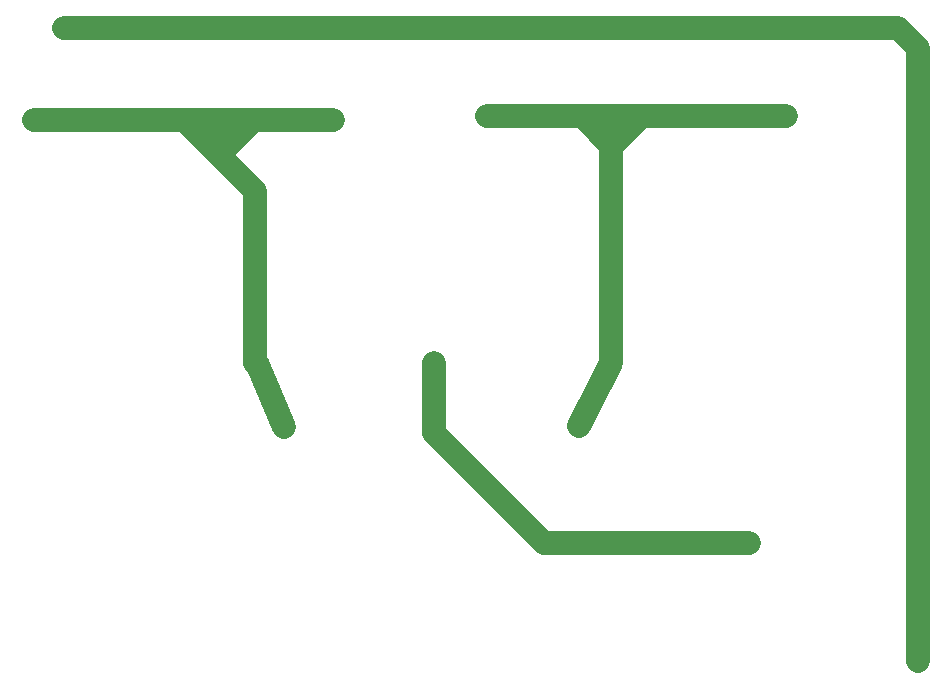
<source format=gbp>
%FSLAX24Y24*%
%MOIN*%
G70*
G01*
G75*
G04 Layer_Color=128*
%ADD10C,0.0472*%
%ADD11C,0.0591*%
%ADD12C,0.0394*%
%ADD13C,0.0709*%
%ADD14C,0.1575*%
%ADD15C,0.0800*%
%ADD16C,0.1000*%
%ADD17R,0.0650X0.1000*%
%ADD18O,0.0650X0.1000*%
%ADD19R,0.0630X0.0630*%
%ADD20C,0.0630*%
%ADD21R,0.0800X0.1000*%
%ADD22O,0.0800X0.1000*%
%ADD23C,0.0984*%
%ADD24R,0.0800X0.0800*%
%ADD25O,0.0630X0.0787*%
%ADD26C,0.1200*%
%ADD27R,0.0630X0.0630*%
%ADD28R,0.1181X0.1181*%
%ADD29C,0.1181*%
%ADD30C,0.0787*%
%ADD31R,0.0900X0.0600*%
%ADD32O,0.0900X0.0600*%
%ADD33O,0.0787X0.0591*%
%ADD34O,0.1000X0.0650*%
%ADD35R,0.1000X0.0650*%
%ADD36C,0.0591*%
%ADD37R,0.0591X0.0512*%
%ADD38O,0.0591X0.0512*%
G04:AMPARAMS|DCode=39|XSize=70mil|YSize=90mil|CornerRadius=0mil|HoleSize=0mil|Usage=FLASHONLY|Rotation=90.000|XOffset=0mil|YOffset=0mil|HoleType=Round|Shape=Octagon|*
%AMOCTAGOND39*
4,1,8,-0.0450,-0.0175,-0.0450,0.0175,-0.0275,0.0350,0.0275,0.0350,0.0450,0.0175,0.0450,-0.0175,0.0275,-0.0350,-0.0275,-0.0350,-0.0450,-0.0175,0.0*
%
%ADD39OCTAGOND39*%

%ADD40C,0.0787*%
%ADD41C,0.1575*%
%ADD42C,0.2362*%
%ADD43C,0.1181*%
%ADD44C,0.0100*%
%ADD45C,0.0070*%
%ADD46C,0.0150*%
%ADD47C,0.0120*%
%ADD48C,0.0079*%
%ADD49C,0.0039*%
%ADD50C,0.0250*%
%ADD51C,0.0080*%
%ADD52R,0.0150X0.0550*%
%ADD53R,0.3990X0.0360*%
%ADD54R,0.1260X0.0200*%
%ADD55R,0.0550X0.0150*%
%ADD56C,0.0789*%
%ADD57C,0.1655*%
%ADD58C,0.0880*%
%ADD59C,0.1080*%
%ADD60R,0.0730X0.1080*%
%ADD61O,0.0730X0.1080*%
%ADD62R,0.0710X0.0710*%
%ADD63C,0.0710*%
%ADD64R,0.0880X0.1080*%
%ADD65O,0.0880X0.1080*%
%ADD66C,0.1064*%
%ADD67R,0.0880X0.0880*%
%ADD68O,0.0710X0.0867*%
%ADD69C,0.1280*%
%ADD70R,0.0710X0.0710*%
%ADD71R,0.1261X0.1261*%
%ADD72C,0.1261*%
%ADD73C,0.0867*%
%ADD74R,0.0980X0.0680*%
%ADD75O,0.0980X0.0680*%
%ADD76O,0.0867X0.0671*%
%ADD77O,0.1080X0.0730*%
%ADD78R,0.1080X0.0730*%
%ADD79C,0.0671*%
%ADD80R,0.0671X0.0592*%
%ADD81O,0.0671X0.0592*%
G04:AMPARAMS|DCode=82|XSize=78mil|YSize=98mil|CornerRadius=0mil|HoleSize=0mil|Usage=FLASHONLY|Rotation=90.000|XOffset=0mil|YOffset=0mil|HoleType=Round|Shape=Octagon|*
%AMOCTAGOND82*
4,1,8,-0.0490,-0.0195,-0.0490,0.0195,-0.0295,0.0390,0.0295,0.0390,0.0490,0.0195,0.0490,-0.0195,0.0295,-0.0390,-0.0295,-0.0390,-0.0490,-0.0195,0.0*
%
%ADD82OCTAGOND82*%

G36*
X27875Y26180D02*
X26714Y27538D01*
X29195D01*
X27875Y26180D01*
D02*
G37*
G36*
X40669Y26181D02*
X39213Y27756D01*
X42244D01*
X40669Y26181D01*
D02*
G37*
G36*
X42283Y27756D02*
X42244D01*
X42244Y27756D01*
X42283Y27756D01*
D02*
G37*
D40*
X50906Y9606D02*
Y30039D01*
X50236Y30709D02*
X50906Y30039D01*
X22441Y30709D02*
X50236D01*
X40669Y19547D02*
Y27756D01*
X39606Y17421D02*
X40669Y19547D01*
X28874Y19536D02*
X29780Y17410D01*
X28819Y19528D02*
Y25276D01*
X26457Y27638D02*
X28819Y25276D01*
X26457Y27638D02*
X31417D01*
X21457D02*
X26457D01*
X36535Y27756D02*
X40669D01*
X46496D01*
X34764Y17205D02*
Y19547D01*
Y17205D02*
X38425Y13543D01*
X45276D01*
X38425D02*
X45276D01*
M02*

</source>
